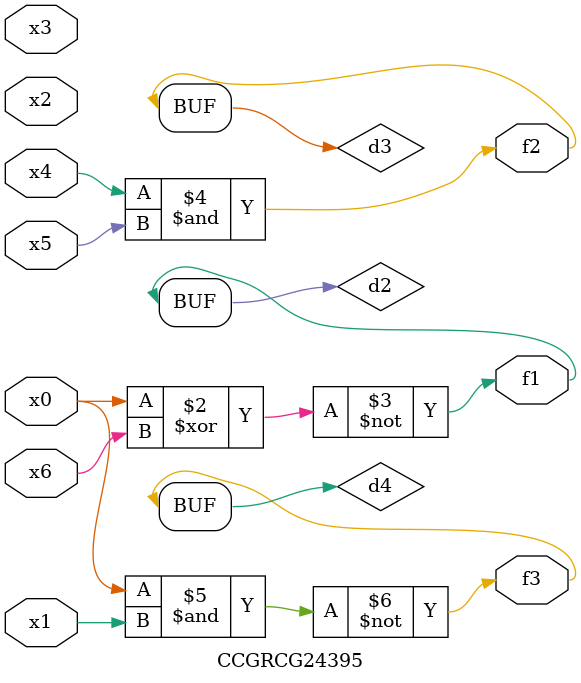
<source format=v>
module CCGRCG24395(
	input x0, x1, x2, x3, x4, x5, x6,
	output f1, f2, f3
);

	wire d1, d2, d3, d4;

	nor (d1, x0);
	xnor (d2, x0, x6);
	and (d3, x4, x5);
	nand (d4, x0, x1);
	assign f1 = d2;
	assign f2 = d3;
	assign f3 = d4;
endmodule

</source>
